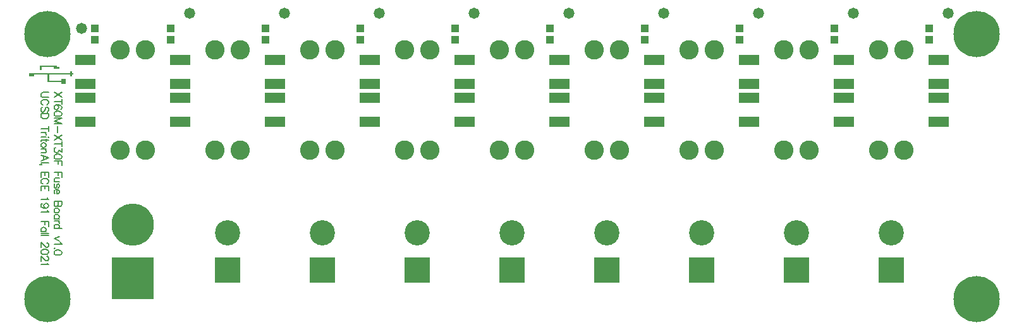
<source format=gts>
G04*
G04 #@! TF.GenerationSoftware,Altium Limited,Altium Designer,21.8.1 (53)*
G04*
G04 Layer_Color=8388736*
%FSLAX44Y44*%
%MOMM*%
G71*
G04*
G04 #@! TF.SameCoordinates,F20226F6-1504-4F19-8167-BFA24F29C99C*
G04*
G04*
G04 #@! TF.FilePolarity,Negative*
G04*
G01*
G75*
%ADD16C,0.2032*%
%ADD19R,2.7032X1.3532*%
%ADD20R,1.0032X1.0032*%
%ADD21C,2.6032*%
%ADD22R,3.3782X3.3782*%
%ADD23C,3.3782*%
%ADD24C,5.6642*%
%ADD25R,5.6642X5.6642*%
%ADD26C,6.2032*%
%ADD27C,1.4732*%
G36*
X65024Y360172D02*
X62992D01*
X60960D01*
X58928D01*
Y362204D01*
X56896D01*
X54864D01*
X52832D01*
X50800D01*
X48768D01*
X46736D01*
X44704D01*
X42672D01*
Y358140D01*
X40640D01*
Y364236D01*
X42672D01*
X44704D01*
X46736D01*
X48768D01*
X50800D01*
X52832D01*
X54864D01*
X56896D01*
X58928D01*
X60960D01*
X62992D01*
Y362204D01*
X65024D01*
X67056D01*
Y360172D01*
X65024D01*
D02*
G37*
G36*
X83312Y352044D02*
Y350012D01*
X81280D01*
Y352044D01*
X79248D01*
X77216D01*
X75184D01*
X73152D01*
X71120D01*
X69088D01*
X67056D01*
X65024D01*
X62992D01*
X60960D01*
X58928D01*
X56896D01*
X54864D01*
X52832D01*
Y343916D01*
X54864D01*
X56896D01*
X58928D01*
X60960D01*
X62992D01*
X65024D01*
X67056D01*
X69088D01*
Y345948D01*
X71120D01*
X73152D01*
X75184D01*
Y339852D01*
X73152D01*
X71120D01*
X69088D01*
Y341884D01*
X67056D01*
X65024D01*
X62992D01*
X60960D01*
X58928D01*
X56896D01*
X54864D01*
X52832D01*
X50800D01*
Y352044D01*
X48768D01*
X46736D01*
X44704D01*
X42672D01*
X40640D01*
X38608D01*
X36576D01*
X34544D01*
X32512D01*
Y350012D01*
X30480D01*
X28448D01*
X26416D01*
Y354076D01*
X28448D01*
X30480D01*
X32512D01*
X34544D01*
X36576D01*
X38608D01*
X40640D01*
X42672D01*
X44704D01*
X46736D01*
X48768D01*
X50800D01*
X52832D01*
X54864D01*
X56896D01*
X58928D01*
X60960D01*
X62992D01*
X65024D01*
X67056D01*
X69088D01*
X71120D01*
X73152D01*
X75184D01*
X77216D01*
X79248D01*
X81280D01*
Y356108D01*
X83312D01*
Y354076D01*
X85344D01*
Y352044D01*
X83312D01*
D02*
G37*
D16*
X69775Y328168D02*
X59617Y321396D01*
X69775D02*
X59617Y328168D01*
X69775Y315737D02*
X59617D01*
X69775Y319123D02*
Y312351D01*
X68323Y305337D02*
X69291Y305821D01*
X69775Y307272D01*
Y308239D01*
X69291Y309690D01*
X67840Y310658D01*
X65421Y311141D01*
X63003D01*
X61068Y310658D01*
X60100Y309690D01*
X59617Y308239D01*
Y307756D01*
X60100Y306304D01*
X61068Y305337D01*
X62519Y304853D01*
X63003D01*
X64454Y305337D01*
X65421Y306304D01*
X65905Y307756D01*
Y308239D01*
X65421Y309690D01*
X64454Y310658D01*
X63003Y311141D01*
X69775Y299726D02*
X69291Y301177D01*
X67840Y302145D01*
X65421Y302628D01*
X63970D01*
X61552Y302145D01*
X60100Y301177D01*
X59617Y299726D01*
Y298759D01*
X60100Y297308D01*
X61552Y296340D01*
X63970Y295856D01*
X65421D01*
X67840Y296340D01*
X69291Y297308D01*
X69775Y298759D01*
Y299726D01*
Y293583D02*
X59617D01*
X69775D02*
X59617Y289713D01*
X69775Y285844D02*
X59617Y289713D01*
X69775Y285844D02*
X59617D01*
X63970Y282941D02*
Y274235D01*
X69775Y271236D02*
X59617Y264464D01*
X69775D02*
X59617Y271236D01*
X69775Y258805D02*
X59617D01*
X69775Y262190D02*
Y255419D01*
Y253242D02*
Y247921D01*
X65905Y250823D01*
Y249372D01*
X65421Y248405D01*
X64938Y247921D01*
X63486Y247437D01*
X62519D01*
X61068Y247921D01*
X60100Y248889D01*
X59617Y250340D01*
Y251791D01*
X60100Y253242D01*
X60584Y253726D01*
X61552Y254209D01*
X69775Y242262D02*
X69291Y243713D01*
X67840Y244680D01*
X65421Y245164D01*
X63970D01*
X61552Y244680D01*
X60100Y243713D01*
X59617Y242262D01*
Y241294D01*
X60100Y239843D01*
X61552Y238876D01*
X63970Y238392D01*
X65421D01*
X67840Y238876D01*
X69291Y239843D01*
X69775Y241294D01*
Y242262D01*
Y236119D02*
X59617D01*
X69775D02*
Y229831D01*
X64938Y236119D02*
Y232249D01*
X69775Y220689D02*
X59617D01*
X69775D02*
Y214400D01*
X64938Y220689D02*
Y216819D01*
X66389Y213239D02*
X61552D01*
X60100Y212756D01*
X59617Y211788D01*
Y210337D01*
X60100Y209370D01*
X61552Y207919D01*
X66389D02*
X59617D01*
X64938Y199938D02*
X65905Y200421D01*
X66389Y201872D01*
Y203323D01*
X65905Y204775D01*
X64938Y205258D01*
X63970Y204775D01*
X63486Y203807D01*
X63003Y201389D01*
X62519Y200421D01*
X61552Y199938D01*
X61068D01*
X60100Y200421D01*
X59617Y201872D01*
Y203323D01*
X60100Y204775D01*
X61068Y205258D01*
X63486Y197809D02*
Y192005D01*
X64454D01*
X65421Y192488D01*
X65905Y192972D01*
X66389Y193940D01*
Y195391D01*
X65905Y196358D01*
X64938Y197325D01*
X63486Y197809D01*
X62519D01*
X61068Y197325D01*
X60100Y196358D01*
X59617Y195391D01*
Y193940D01*
X60100Y192972D01*
X61068Y192005D01*
X69775Y181847D02*
X59617D01*
X69775D02*
Y177494D01*
X69291Y176042D01*
X68807Y175559D01*
X67840Y175075D01*
X66872D01*
X65905Y175559D01*
X65421Y176042D01*
X64938Y177494D01*
Y181847D02*
Y177494D01*
X64454Y176042D01*
X63970Y175559D01*
X63003Y175075D01*
X61552D01*
X60584Y175559D01*
X60100Y176042D01*
X59617Y177494D01*
Y181847D01*
X66389Y170383D02*
X65905Y171351D01*
X64938Y172318D01*
X63486Y172802D01*
X62519D01*
X61068Y172318D01*
X60100Y171351D01*
X59617Y170383D01*
Y168932D01*
X60100Y167965D01*
X61068Y166997D01*
X62519Y166514D01*
X63486D01*
X64938Y166997D01*
X65905Y167965D01*
X66389Y168932D01*
Y170383D01*
Y158484D02*
X59617D01*
X64938D02*
X65905Y159451D01*
X66389Y160419D01*
Y161870D01*
X65905Y162837D01*
X64938Y163805D01*
X63486Y164289D01*
X62519D01*
X61068Y163805D01*
X60100Y162837D01*
X59617Y161870D01*
Y160419D01*
X60100Y159451D01*
X61068Y158484D01*
X66389Y155775D02*
X59617D01*
X63486D02*
X64938Y155292D01*
X65905Y154324D01*
X66389Y153357D01*
Y151906D01*
X69775Y145182D02*
X59617D01*
X64938D02*
X65905Y146150D01*
X66389Y147117D01*
Y148568D01*
X65905Y149535D01*
X64938Y150503D01*
X63486Y150987D01*
X62519D01*
X61068Y150503D01*
X60100Y149535D01*
X59617Y148568D01*
Y147117D01*
X60100Y146150D01*
X61068Y145182D01*
X66389Y134492D02*
X59617Y131590D01*
X66389Y128688D02*
X59617Y131590D01*
X67840Y127043D02*
X68323Y126076D01*
X69775Y124625D01*
X59617D01*
X60584Y119110D02*
X60100Y119594D01*
X59617Y119110D01*
X60100Y118627D01*
X60584Y119110D01*
X69775Y113499D02*
X69291Y114951D01*
X67840Y115918D01*
X65421Y116402D01*
X63970D01*
X61552Y115918D01*
X60100Y114951D01*
X59617Y113499D01*
Y112532D01*
X60100Y111081D01*
X61552Y110113D01*
X63970Y109630D01*
X65421D01*
X67840Y110113D01*
X69291Y111081D01*
X69775Y112532D01*
Y113499D01*
X52225Y328168D02*
X44969D01*
X43518Y327684D01*
X42551Y326717D01*
X42067Y325266D01*
Y324298D01*
X42551Y322847D01*
X43518Y321880D01*
X44969Y321396D01*
X52225D01*
X49806Y311335D02*
X50774Y311819D01*
X51741Y312786D01*
X52225Y313754D01*
Y315688D01*
X51741Y316656D01*
X50774Y317623D01*
X49806Y318107D01*
X48355Y318591D01*
X45936D01*
X44485Y318107D01*
X43518Y317623D01*
X42551Y316656D01*
X42067Y315688D01*
Y313754D01*
X42551Y312786D01*
X43518Y311819D01*
X44485Y311335D01*
X50774Y301709D02*
X51741Y302677D01*
X52225Y304128D01*
Y306063D01*
X51741Y307514D01*
X50774Y308481D01*
X49806D01*
X48839Y307997D01*
X48355Y307514D01*
X47871Y306546D01*
X46904Y303644D01*
X46420Y302677D01*
X45936Y302193D01*
X44969Y301709D01*
X43518D01*
X42551Y302677D01*
X42067Y304128D01*
Y306063D01*
X42551Y307514D01*
X43518Y308481D01*
X52225Y299436D02*
X42067D01*
X52225D02*
Y296050D01*
X51741Y294599D01*
X50774Y293631D01*
X49806Y293148D01*
X48355Y292664D01*
X45936D01*
X44485Y293148D01*
X43518Y293631D01*
X42551Y294599D01*
X42067Y296050D01*
Y299436D01*
X52225Y279023D02*
X42067D01*
X52225Y282409D02*
Y275637D01*
X48839Y274428D02*
X42067D01*
X45936D02*
X47388Y273945D01*
X48355Y272977D01*
X48839Y272010D01*
Y270559D01*
X52225Y268672D02*
X51741Y268188D01*
X52225Y267705D01*
X52708Y268188D01*
X52225Y268672D01*
X48839Y268188D02*
X42067D01*
X52225Y264464D02*
X44002D01*
X42551Y263980D01*
X42067Y263013D01*
Y262045D01*
X48839Y265915D02*
Y262529D01*
Y258176D02*
X48355Y259143D01*
X47388Y260111D01*
X45936Y260594D01*
X44969D01*
X43518Y260111D01*
X42551Y259143D01*
X42067Y258176D01*
Y256725D01*
X42551Y255757D01*
X43518Y254790D01*
X44969Y254306D01*
X45936D01*
X47388Y254790D01*
X48355Y255757D01*
X48839Y256725D01*
Y258176D01*
Y252081D02*
X42067D01*
X46904D02*
X48355Y250630D01*
X48839Y249662D01*
Y248211D01*
X48355Y247244D01*
X46904Y246760D01*
X42067D01*
Y236361D02*
X52225Y240230D01*
X42067Y244100D01*
X45453Y242649D02*
Y237812D01*
X52225Y233990D02*
X42067D01*
X42551Y230895D02*
X42067Y231378D01*
X42551Y231862D01*
X43034Y231378D01*
X42551Y230895D01*
X41583D01*
X40616Y231378D01*
X40132Y231862D01*
X52225Y214400D02*
Y220689D01*
X42067D01*
Y214400D01*
X47388Y220689D02*
Y216819D01*
X49806Y205452D02*
X50774Y205936D01*
X51741Y206903D01*
X52225Y207870D01*
Y209805D01*
X51741Y210773D01*
X50774Y211740D01*
X49806Y212224D01*
X48355Y212707D01*
X45936D01*
X44485Y212224D01*
X43518Y211740D01*
X42551Y210773D01*
X42067Y209805D01*
Y207870D01*
X42551Y206903D01*
X43518Y205936D01*
X44485Y205452D01*
X52225Y196310D02*
Y202598D01*
X42067D01*
Y196310D01*
X47388Y202598D02*
Y198728D01*
X50290Y186636D02*
X50774Y185668D01*
X52225Y184217D01*
X42067D01*
X48839Y172899D02*
X47388Y173382D01*
X46420Y174350D01*
X45936Y175801D01*
Y176284D01*
X46420Y177736D01*
X47388Y178703D01*
X48839Y179187D01*
X49322D01*
X50774Y178703D01*
X51741Y177736D01*
X52225Y176284D01*
Y175801D01*
X51741Y174350D01*
X50774Y173382D01*
X48839Y172899D01*
X46420D01*
X44002Y173382D01*
X42551Y174350D01*
X42067Y175801D01*
Y176768D01*
X42551Y178219D01*
X43518Y178703D01*
X50290Y170141D02*
X50774Y169174D01*
X52225Y167723D01*
X42067D01*
X52225Y154711D02*
X42067D01*
X52225D02*
Y148423D01*
X47388Y154711D02*
Y150842D01*
X48839Y141458D02*
X42067D01*
X47388D02*
X48355Y142425D01*
X48839Y143392D01*
Y144844D01*
X48355Y145811D01*
X47388Y146778D01*
X45936Y147262D01*
X44969D01*
X43518Y146778D01*
X42551Y145811D01*
X42067Y144844D01*
Y143392D01*
X42551Y142425D01*
X43518Y141458D01*
X52225Y138749D02*
X42067D01*
X52225Y136621D02*
X42067D01*
X49806Y126027D02*
X50290D01*
X51257Y125544D01*
X51741Y125060D01*
X52225Y124093D01*
Y122158D01*
X51741Y121190D01*
X51257Y120707D01*
X50290Y120223D01*
X49322D01*
X48355Y120707D01*
X46904Y121674D01*
X42067Y126511D01*
Y119739D01*
X52225Y114564D02*
X51741Y116015D01*
X50290Y116982D01*
X47871Y117466D01*
X46420D01*
X44002Y116982D01*
X42551Y116015D01*
X42067Y114564D01*
Y113596D01*
X42551Y112145D01*
X44002Y111178D01*
X46420Y110694D01*
X47871D01*
X50290Y111178D01*
X51741Y112145D01*
X52225Y113596D01*
Y114564D01*
X49806Y107937D02*
X50290D01*
X51257Y107453D01*
X51741Y106969D01*
X52225Y106002D01*
Y104067D01*
X51741Y103100D01*
X51257Y102616D01*
X50290Y102132D01*
X49322D01*
X48355Y102616D01*
X46904Y103583D01*
X42067Y108420D01*
Y101649D01*
X50290Y99375D02*
X50774Y98408D01*
X52225Y96957D01*
X42067D01*
D19*
X482600Y320550D02*
D03*
Y289050D02*
D03*
X355600D02*
D03*
Y320550D02*
D03*
X101600D02*
D03*
Y289050D02*
D03*
X228600Y320550D02*
D03*
Y289050D02*
D03*
X609600D02*
D03*
Y320550D02*
D03*
X736600Y289050D02*
D03*
Y320550D02*
D03*
X863600Y289050D02*
D03*
Y320550D02*
D03*
X990600Y289050D02*
D03*
Y320550D02*
D03*
X1117600Y289050D02*
D03*
Y320550D02*
D03*
X1244600Y289050D02*
D03*
Y320550D02*
D03*
X228600Y339850D02*
D03*
Y371350D02*
D03*
X482600Y339850D02*
D03*
Y371350D02*
D03*
X609600Y339850D02*
D03*
Y371350D02*
D03*
X736600Y339850D02*
D03*
Y371350D02*
D03*
X990600Y339850D02*
D03*
Y371350D02*
D03*
X1244600Y339850D02*
D03*
Y371350D02*
D03*
X1117600Y339850D02*
D03*
Y371350D02*
D03*
X863600Y339850D02*
D03*
Y371350D02*
D03*
X355600Y339850D02*
D03*
Y371350D02*
D03*
X101600D02*
D03*
Y339850D02*
D03*
D20*
X469900Y413900D02*
D03*
Y398900D02*
D03*
X215900Y413900D02*
D03*
Y398900D02*
D03*
X114300D02*
D03*
Y413900D02*
D03*
X596900D02*
D03*
Y398900D02*
D03*
X850900D02*
D03*
Y413900D02*
D03*
X723900D02*
D03*
Y398900D02*
D03*
X342900D02*
D03*
Y413900D02*
D03*
X1231900D02*
D03*
Y398900D02*
D03*
X1104900D02*
D03*
Y413900D02*
D03*
X977900D02*
D03*
Y398900D02*
D03*
D21*
X1071100Y384850D02*
D03*
X1037100D02*
D03*
X1071100Y250150D02*
D03*
X1037100D02*
D03*
X436100Y384850D02*
D03*
X402100D02*
D03*
X436100Y250150D02*
D03*
X402100D02*
D03*
X182100Y384850D02*
D03*
X148100D02*
D03*
X182100Y250150D02*
D03*
X148100D02*
D03*
X783100D02*
D03*
X817100D02*
D03*
X783100Y384850D02*
D03*
X817100D02*
D03*
X656100Y250150D02*
D03*
X690100D02*
D03*
X656100Y384850D02*
D03*
X690100D02*
D03*
X1164100Y250150D02*
D03*
X1198100D02*
D03*
X1164100Y384850D02*
D03*
X1198100D02*
D03*
X910100Y250150D02*
D03*
X944100D02*
D03*
X910100Y384850D02*
D03*
X944100D02*
D03*
X275100Y250150D02*
D03*
X309100D02*
D03*
X275100Y384850D02*
D03*
X309100D02*
D03*
X529100Y250150D02*
D03*
X563100D02*
D03*
X529100Y384850D02*
D03*
X563100D02*
D03*
D22*
X546100Y89300D02*
D03*
X927100D02*
D03*
X1181100D02*
D03*
X1054100D02*
D03*
X673100D02*
D03*
X800100D02*
D03*
X419100D02*
D03*
X292100D02*
D03*
D23*
X546100Y139300D02*
D03*
X927100D02*
D03*
X1181100D02*
D03*
X1054100D02*
D03*
X673100D02*
D03*
X800100D02*
D03*
X419100D02*
D03*
X292100D02*
D03*
D24*
X165100Y150300D02*
D03*
D25*
Y78300D02*
D03*
D26*
X50800Y50800D02*
D03*
Y406400D02*
D03*
X1295400D02*
D03*
Y50800D02*
D03*
D27*
X1257300Y434340D02*
D03*
X1130300D02*
D03*
X1003300D02*
D03*
X876300D02*
D03*
X749300D02*
D03*
X622300D02*
D03*
X495300D02*
D03*
X368300D02*
D03*
X241300D02*
D03*
X96520Y414020D02*
D03*
M02*

</source>
